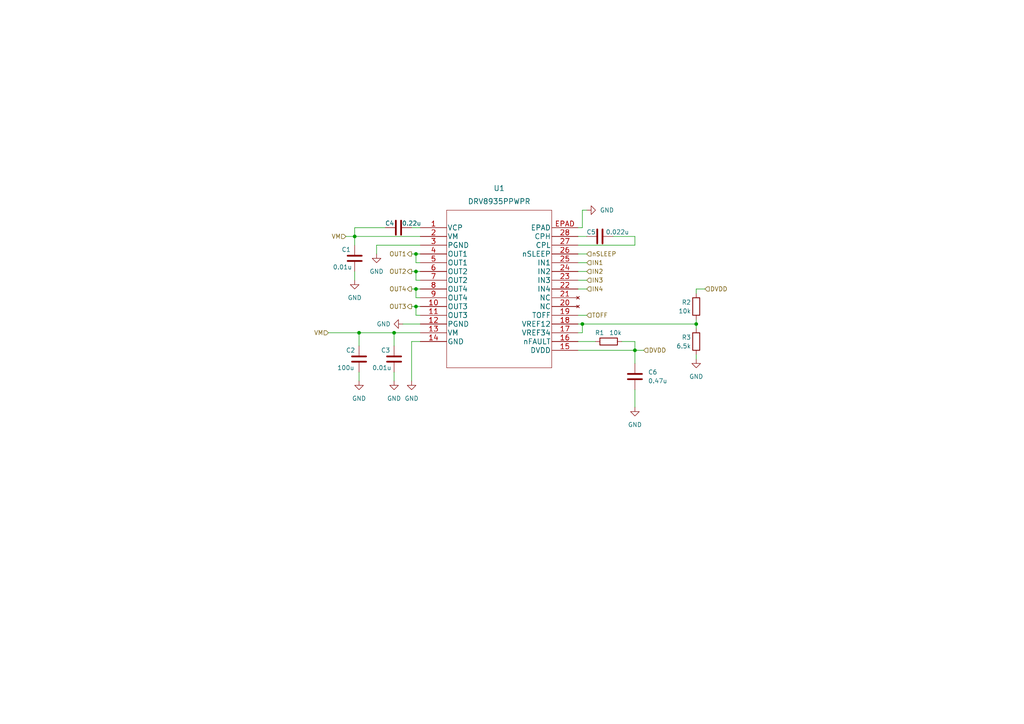
<source format=kicad_sch>
(kicad_sch (version 20211123) (generator eeschema)

  (uuid 7be35d6e-733b-48be-be76-269bdfa7d0ae)

  (paper "A4")

  (lib_symbols
    (symbol "2022-10-03_23-12-04:DRV8935PPWPR" (pin_names (offset 0.254)) (in_bom yes) (on_board yes)
      (property "Reference" "U" (id 0) (at 22.86 10.16 0)
        (effects (font (size 1.524 1.524)))
      )
      (property "Value" "DRV8935PPWPR" (id 1) (at 22.86 7.62 0)
        (effects (font (size 1.524 1.524)))
      )
      (property "Footprint" "HTSSOP28_4P4X9P7_TEX" (id 2) (at 22.86 6.096 0)
        (effects (font (size 1.524 1.524)) hide)
      )
      (property "Datasheet" "" (id 3) (at 0 0 0)
        (effects (font (size 1.524 1.524)))
      )
      (property "ki_locked" "" (id 4) (at 0 0 0)
        (effects (font (size 1.27 1.27)))
      )
      (property "ki_fp_filters" "HTSSOP28_4P4X9P7_TEX HTSSOP28_4P4X9P7_TEX-M HTSSOP28_4P4X9P7_TEX-L" (id 5) (at 0 0 0)
        (effects (font (size 1.27 1.27)) hide)
      )
      (symbol "DRV8935PPWPR_1_1"
        (polyline
          (pts
            (xy 7.62 -40.64)
            (xy 38.1 -40.64)
          )
          (stroke (width 0.127) (type default) (color 0 0 0 0))
          (fill (type none))
        )
        (polyline
          (pts
            (xy 7.62 5.08)
            (xy 7.62 -40.64)
          )
          (stroke (width 0.127) (type default) (color 0 0 0 0))
          (fill (type none))
        )
        (polyline
          (pts
            (xy 38.1 -40.64)
            (xy 38.1 5.08)
          )
          (stroke (width 0.127) (type default) (color 0 0 0 0))
          (fill (type none))
        )
        (polyline
          (pts
            (xy 38.1 5.08)
            (xy 7.62 5.08)
          )
          (stroke (width 0.127) (type default) (color 0 0 0 0))
          (fill (type none))
        )
        (pin unspecified line (at 0 0 0) (length 7.62)
          (name "VCP" (effects (font (size 1.4986 1.4986))))
          (number "1" (effects (font (size 1.4986 1.4986))))
        )
        (pin output line (at 0 -22.86 0) (length 7.62)
          (name "OUT3" (effects (font (size 1.4986 1.4986))))
          (number "10" (effects (font (size 1.4986 1.4986))))
        )
        (pin output line (at 0 -25.4 0) (length 7.62)
          (name "OUT3" (effects (font (size 1.4986 1.4986))))
          (number "11" (effects (font (size 1.4986 1.4986))))
        )
        (pin power_in line (at 0 -27.94 0) (length 7.62)
          (name "PGND" (effects (font (size 1.4986 1.4986))))
          (number "12" (effects (font (size 1.4986 1.4986))))
        )
        (pin unspecified line (at 0 -30.48 0) (length 7.62)
          (name "VM" (effects (font (size 1.4986 1.4986))))
          (number "13" (effects (font (size 1.4986 1.4986))))
        )
        (pin power_in line (at 0 -33.02 0) (length 7.62)
          (name "GND" (effects (font (size 1.4986 1.4986))))
          (number "14" (effects (font (size 1.4986 1.4986))))
        )
        (pin power_in line (at 45.72 -35.56 180) (length 7.62)
          (name "DVDD" (effects (font (size 1.4986 1.4986))))
          (number "15" (effects (font (size 1.4986 1.4986))))
        )
        (pin unspecified line (at 45.72 -33.02 180) (length 7.62)
          (name "nFAULT" (effects (font (size 1.4986 1.4986))))
          (number "16" (effects (font (size 1.4986 1.4986))))
        )
        (pin power_in line (at 45.72 -30.48 180) (length 7.62)
          (name "VREF34" (effects (font (size 1.4986 1.4986))))
          (number "17" (effects (font (size 1.4986 1.4986))))
        )
        (pin power_in line (at 45.72 -27.94 180) (length 7.62)
          (name "VREF12" (effects (font (size 1.4986 1.4986))))
          (number "18" (effects (font (size 1.4986 1.4986))))
        )
        (pin unspecified line (at 45.72 -25.4 180) (length 7.62)
          (name "TOFF" (effects (font (size 1.4986 1.4986))))
          (number "19" (effects (font (size 1.4986 1.4986))))
        )
        (pin unspecified line (at 0 -2.54 0) (length 7.62)
          (name "VM" (effects (font (size 1.4986 1.4986))))
          (number "2" (effects (font (size 1.4986 1.4986))))
        )
        (pin no_connect line (at 45.72 -22.86 180) (length 7.62)
          (name "NC" (effects (font (size 1.4986 1.4986))))
          (number "20" (effects (font (size 1.4986 1.4986))))
        )
        (pin no_connect line (at 45.72 -20.32 180) (length 7.62)
          (name "NC" (effects (font (size 1.4986 1.4986))))
          (number "21" (effects (font (size 1.4986 1.4986))))
        )
        (pin input line (at 45.72 -17.78 180) (length 7.62)
          (name "IN4" (effects (font (size 1.4986 1.4986))))
          (number "22" (effects (font (size 1.4986 1.4986))))
        )
        (pin input line (at 45.72 -15.24 180) (length 7.62)
          (name "IN3" (effects (font (size 1.4986 1.4986))))
          (number "23" (effects (font (size 1.4986 1.4986))))
        )
        (pin input line (at 45.72 -12.7 180) (length 7.62)
          (name "IN2" (effects (font (size 1.4986 1.4986))))
          (number "24" (effects (font (size 1.4986 1.4986))))
        )
        (pin input line (at 45.72 -10.16 180) (length 7.62)
          (name "IN1" (effects (font (size 1.4986 1.4986))))
          (number "25" (effects (font (size 1.4986 1.4986))))
        )
        (pin unspecified line (at 45.72 -7.62 180) (length 7.62)
          (name "nSLEEP" (effects (font (size 1.4986 1.4986))))
          (number "26" (effects (font (size 1.4986 1.4986))))
        )
        (pin unspecified line (at 45.72 -5.08 180) (length 7.62)
          (name "CPL" (effects (font (size 1.4986 1.4986))))
          (number "27" (effects (font (size 1.4986 1.4986))))
        )
        (pin unspecified line (at 45.72 -2.54 180) (length 7.62)
          (name "CPH" (effects (font (size 1.4986 1.4986))))
          (number "28" (effects (font (size 1.4986 1.4986))))
        )
        (pin power_in line (at 0 -5.08 0) (length 7.62)
          (name "PGND" (effects (font (size 1.4986 1.4986))))
          (number "3" (effects (font (size 1.4986 1.4986))))
        )
        (pin output line (at 0 -7.62 0) (length 7.62)
          (name "OUT1" (effects (font (size 1.4986 1.4986))))
          (number "4" (effects (font (size 1.4986 1.4986))))
        )
        (pin output line (at 0 -10.16 0) (length 7.62)
          (name "OUT1" (effects (font (size 1.4986 1.4986))))
          (number "5" (effects (font (size 1.4986 1.4986))))
        )
        (pin output line (at 0 -12.7 0) (length 7.62)
          (name "OUT2" (effects (font (size 1.4986 1.4986))))
          (number "6" (effects (font (size 1.4986 1.4986))))
        )
        (pin output line (at 0 -15.24 0) (length 7.62)
          (name "OUT2" (effects (font (size 1.4986 1.4986))))
          (number "7" (effects (font (size 1.4986 1.4986))))
        )
        (pin output line (at 0 -17.78 0) (length 7.62)
          (name "OUT4" (effects (font (size 1.4986 1.4986))))
          (number "8" (effects (font (size 1.4986 1.4986))))
        )
        (pin output line (at 0 -20.32 0) (length 7.62)
          (name "OUT4" (effects (font (size 1.4986 1.4986))))
          (number "9" (effects (font (size 1.4986 1.4986))))
        )
        (pin unspecified line (at 45.72 0 180) (length 7.62)
          (name "EPAD" (effects (font (size 1.4986 1.4986))))
          (number "EPAD" (effects (font (size 1.4986 1.4986))))
        )
      )
    )
    (symbol "Device:C" (pin_numbers hide) (pin_names (offset 0.254)) (in_bom yes) (on_board yes)
      (property "Reference" "C" (id 0) (at 0.635 2.54 0)
        (effects (font (size 1.27 1.27)) (justify left))
      )
      (property "Value" "C" (id 1) (at 0.635 -2.54 0)
        (effects (font (size 1.27 1.27)) (justify left))
      )
      (property "Footprint" "" (id 2) (at 0.9652 -3.81 0)
        (effects (font (size 1.27 1.27)) hide)
      )
      (property "Datasheet" "~" (id 3) (at 0 0 0)
        (effects (font (size 1.27 1.27)) hide)
      )
      (property "ki_keywords" "cap capacitor" (id 4) (at 0 0 0)
        (effects (font (size 1.27 1.27)) hide)
      )
      (property "ki_description" "Unpolarized capacitor" (id 5) (at 0 0 0)
        (effects (font (size 1.27 1.27)) hide)
      )
      (property "ki_fp_filters" "C_*" (id 6) (at 0 0 0)
        (effects (font (size 1.27 1.27)) hide)
      )
      (symbol "C_0_1"
        (polyline
          (pts
            (xy -2.032 -0.762)
            (xy 2.032 -0.762)
          )
          (stroke (width 0.508) (type default) (color 0 0 0 0))
          (fill (type none))
        )
        (polyline
          (pts
            (xy -2.032 0.762)
            (xy 2.032 0.762)
          )
          (stroke (width 0.508) (type default) (color 0 0 0 0))
          (fill (type none))
        )
      )
      (symbol "C_1_1"
        (pin passive line (at 0 3.81 270) (length 2.794)
          (name "~" (effects (font (size 1.27 1.27))))
          (number "1" (effects (font (size 1.27 1.27))))
        )
        (pin passive line (at 0 -3.81 90) (length 2.794)
          (name "~" (effects (font (size 1.27 1.27))))
          (number "2" (effects (font (size 1.27 1.27))))
        )
      )
    )
    (symbol "Device:R" (pin_numbers hide) (pin_names (offset 0)) (in_bom yes) (on_board yes)
      (property "Reference" "R" (id 0) (at 2.032 0 90)
        (effects (font (size 1.27 1.27)))
      )
      (property "Value" "R" (id 1) (at 0 0 90)
        (effects (font (size 1.27 1.27)))
      )
      (property "Footprint" "" (id 2) (at -1.778 0 90)
        (effects (font (size 1.27 1.27)) hide)
      )
      (property "Datasheet" "~" (id 3) (at 0 0 0)
        (effects (font (size 1.27 1.27)) hide)
      )
      (property "ki_keywords" "R res resistor" (id 4) (at 0 0 0)
        (effects (font (size 1.27 1.27)) hide)
      )
      (property "ki_description" "Resistor" (id 5) (at 0 0 0)
        (effects (font (size 1.27 1.27)) hide)
      )
      (property "ki_fp_filters" "R_*" (id 6) (at 0 0 0)
        (effects (font (size 1.27 1.27)) hide)
      )
      (symbol "R_0_1"
        (rectangle (start -1.016 -2.54) (end 1.016 2.54)
          (stroke (width 0.254) (type default) (color 0 0 0 0))
          (fill (type none))
        )
      )
      (symbol "R_1_1"
        (pin passive line (at 0 3.81 270) (length 1.27)
          (name "~" (effects (font (size 1.27 1.27))))
          (number "1" (effects (font (size 1.27 1.27))))
        )
        (pin passive line (at 0 -3.81 90) (length 1.27)
          (name "~" (effects (font (size 1.27 1.27))))
          (number "2" (effects (font (size 1.27 1.27))))
        )
      )
    )
    (symbol "power:GND" (power) (pin_names (offset 0)) (in_bom yes) (on_board yes)
      (property "Reference" "#PWR" (id 0) (at 0 -6.35 0)
        (effects (font (size 1.27 1.27)) hide)
      )
      (property "Value" "GND" (id 1) (at 0 -3.81 0)
        (effects (font (size 1.27 1.27)))
      )
      (property "Footprint" "" (id 2) (at 0 0 0)
        (effects (font (size 1.27 1.27)) hide)
      )
      (property "Datasheet" "" (id 3) (at 0 0 0)
        (effects (font (size 1.27 1.27)) hide)
      )
      (property "ki_keywords" "power-flag" (id 4) (at 0 0 0)
        (effects (font (size 1.27 1.27)) hide)
      )
      (property "ki_description" "Power symbol creates a global label with name \"GND\" , ground" (id 5) (at 0 0 0)
        (effects (font (size 1.27 1.27)) hide)
      )
      (symbol "GND_0_1"
        (polyline
          (pts
            (xy 0 0)
            (xy 0 -1.27)
            (xy 1.27 -1.27)
            (xy 0 -2.54)
            (xy -1.27 -1.27)
            (xy 0 -1.27)
          )
          (stroke (width 0) (type default) (color 0 0 0 0))
          (fill (type none))
        )
      )
      (symbol "GND_1_1"
        (pin power_in line (at 0 0 270) (length 0) hide
          (name "GND" (effects (font (size 1.27 1.27))))
          (number "1" (effects (font (size 1.27 1.27))))
        )
      )
    )
  )

  (junction (at 120.65 83.82) (diameter 0) (color 0 0 0 0)
    (uuid 07d44e38-a7c8-4e35-8e82-adb7f63c8515)
  )
  (junction (at 104.14 96.52) (diameter 0) (color 0 0 0 0)
    (uuid 2e7c0259-20be-43c5-a66e-5283ac90f54d)
  )
  (junction (at 120.65 73.66) (diameter 0) (color 0 0 0 0)
    (uuid 32893db3-7dac-421e-a95b-867c6aa2c9a9)
  )
  (junction (at 168.91 93.98) (diameter 0) (color 0 0 0 0)
    (uuid 5b63499e-1dcd-433b-a6bc-3c3666c2e171)
  )
  (junction (at 102.87 68.58) (diameter 0) (color 0 0 0 0)
    (uuid 7897f6c3-1f8e-43c5-a768-75c82f358b01)
  )
  (junction (at 201.93 93.98) (diameter 0) (color 0 0 0 0)
    (uuid a0977955-63ce-4e91-a69a-043d1dbca492)
  )
  (junction (at 114.3 96.52) (diameter 0) (color 0 0 0 0)
    (uuid bf7efe88-bebc-4a30-9ae6-c97055bd9c47)
  )
  (junction (at 120.65 88.9) (diameter 0) (color 0 0 0 0)
    (uuid f142a711-205a-485f-b8f7-196a7b9cfc13)
  )
  (junction (at 184.15 101.6) (diameter 0) (color 0 0 0 0)
    (uuid f2a86dff-6b46-48f3-a19d-c673d6f87856)
  )
  (junction (at 120.65 78.74) (diameter 0) (color 0 0 0 0)
    (uuid fc2971a6-7ec2-4afc-81de-48e59588f290)
  )

  (wire (pts (xy 95.25 96.52) (xy 104.14 96.52))
    (stroke (width 0) (type default) (color 0 0 0 0))
    (uuid 040b0e9b-c6e5-4578-812d-ce33c94469a5)
  )
  (wire (pts (xy 177.8 68.58) (xy 184.15 68.58))
    (stroke (width 0) (type default) (color 0 0 0 0))
    (uuid 05f4e669-5be8-4a17-b31c-a79f443111a4)
  )
  (wire (pts (xy 168.91 60.96) (xy 170.18 60.96))
    (stroke (width 0) (type default) (color 0 0 0 0))
    (uuid 1515549b-f628-4d0b-8a57-f199e5b90204)
  )
  (wire (pts (xy 120.65 83.82) (xy 120.65 86.36))
    (stroke (width 0) (type default) (color 0 0 0 0))
    (uuid 190940b8-d100-49d2-8929-9c143f5c83b2)
  )
  (wire (pts (xy 167.64 93.98) (xy 168.91 93.98))
    (stroke (width 0) (type default) (color 0 0 0 0))
    (uuid 1b5866c2-5531-4d4b-ab8d-beb899368e0a)
  )
  (wire (pts (xy 114.3 107.95) (xy 114.3 110.49))
    (stroke (width 0) (type default) (color 0 0 0 0))
    (uuid 1d78492f-2193-4e40-a1d6-198ffcc22299)
  )
  (wire (pts (xy 167.64 99.06) (xy 172.72 99.06))
    (stroke (width 0) (type default) (color 0 0 0 0))
    (uuid 202f5dd9-5b45-48dc-9d02-3706064ddede)
  )
  (wire (pts (xy 114.3 96.52) (xy 114.3 100.33))
    (stroke (width 0) (type default) (color 0 0 0 0))
    (uuid 27bb46a9-97ae-47ef-8cd2-5b7ad2e76353)
  )
  (wire (pts (xy 104.14 107.95) (xy 104.14 110.49))
    (stroke (width 0) (type default) (color 0 0 0 0))
    (uuid 2a6b2e89-3531-4d47-85c6-fa70211f2a57)
  )
  (wire (pts (xy 168.91 66.04) (xy 168.91 60.96))
    (stroke (width 0) (type default) (color 0 0 0 0))
    (uuid 2b5b4f1f-c134-4518-9249-596a655451eb)
  )
  (wire (pts (xy 167.64 68.58) (xy 170.18 68.58))
    (stroke (width 0) (type default) (color 0 0 0 0))
    (uuid 2bd60c39-0cdb-474c-8ba5-9c6b658d3ebb)
  )
  (wire (pts (xy 104.14 96.52) (xy 104.14 100.33))
    (stroke (width 0) (type default) (color 0 0 0 0))
    (uuid 2d33ee3e-af90-4e0b-a81c-2f55294fd64c)
  )
  (wire (pts (xy 120.65 91.44) (xy 120.65 88.9))
    (stroke (width 0) (type default) (color 0 0 0 0))
    (uuid 303531f8-40d1-4e00-8168-2a46f423d073)
  )
  (wire (pts (xy 119.38 66.04) (xy 121.92 66.04))
    (stroke (width 0) (type default) (color 0 0 0 0))
    (uuid 33b19802-74ce-4ca9-994b-92eb175c12e2)
  )
  (wire (pts (xy 116.84 93.98) (xy 121.92 93.98))
    (stroke (width 0) (type default) (color 0 0 0 0))
    (uuid 33ea734e-0f35-4285-9b83-8b0b779ad076)
  )
  (wire (pts (xy 119.38 83.82) (xy 120.65 83.82))
    (stroke (width 0) (type default) (color 0 0 0 0))
    (uuid 3ce9ade5-aaa0-4220-ab3c-3e56379141a5)
  )
  (wire (pts (xy 184.15 101.6) (xy 184.15 105.41))
    (stroke (width 0) (type default) (color 0 0 0 0))
    (uuid 3dda82bc-043d-4c55-b55d-b1227552b67d)
  )
  (wire (pts (xy 184.15 99.06) (xy 184.15 101.6))
    (stroke (width 0) (type default) (color 0 0 0 0))
    (uuid 3ef73c77-3913-4bc7-9313-a6fdf281463b)
  )
  (wire (pts (xy 167.64 96.52) (xy 168.91 96.52))
    (stroke (width 0) (type default) (color 0 0 0 0))
    (uuid 42539556-d12a-49bc-9bba-2c0ed32f8315)
  )
  (wire (pts (xy 167.64 101.6) (xy 184.15 101.6))
    (stroke (width 0) (type default) (color 0 0 0 0))
    (uuid 46a65163-7d16-4881-b482-5350d8edce7b)
  )
  (wire (pts (xy 184.15 68.58) (xy 184.15 71.12))
    (stroke (width 0) (type default) (color 0 0 0 0))
    (uuid 470b567c-84c6-49d1-a40c-fc33ad0d3529)
  )
  (wire (pts (xy 102.87 66.04) (xy 111.76 66.04))
    (stroke (width 0) (type default) (color 0 0 0 0))
    (uuid 4768c0e6-4242-4349-8925-9e64f48825a2)
  )
  (wire (pts (xy 120.65 78.74) (xy 120.65 81.28))
    (stroke (width 0) (type default) (color 0 0 0 0))
    (uuid 52b02a60-a1b9-47b9-9e10-2fbe3f6b85d7)
  )
  (wire (pts (xy 102.87 68.58) (xy 121.92 68.58))
    (stroke (width 0) (type default) (color 0 0 0 0))
    (uuid 53e1288a-9adb-4ec4-ba65-d14a51ff7b20)
  )
  (wire (pts (xy 120.65 78.74) (xy 121.92 78.74))
    (stroke (width 0) (type default) (color 0 0 0 0))
    (uuid 5ba8e4c3-d615-4bb4-ab41-7378efe8d2f8)
  )
  (wire (pts (xy 180.34 99.06) (xy 184.15 99.06))
    (stroke (width 0) (type default) (color 0 0 0 0))
    (uuid 5d3e814b-fbbb-4ccb-bebb-1aa79e3c9855)
  )
  (wire (pts (xy 100.33 68.58) (xy 102.87 68.58))
    (stroke (width 0) (type default) (color 0 0 0 0))
    (uuid 5d6f6037-8037-492f-8351-079566592947)
  )
  (wire (pts (xy 120.65 73.66) (xy 121.92 73.66))
    (stroke (width 0) (type default) (color 0 0 0 0))
    (uuid 5d880a99-bcff-45de-a5fc-af76d4dbf069)
  )
  (wire (pts (xy 184.15 113.03) (xy 184.15 118.11))
    (stroke (width 0) (type default) (color 0 0 0 0))
    (uuid 6bdc907d-d549-445d-a7de-cd4c0a8deb7f)
  )
  (wire (pts (xy 167.64 81.28) (xy 170.18 81.28))
    (stroke (width 0) (type default) (color 0 0 0 0))
    (uuid 6d973cb7-4f36-4ea4-9760-bb9520f19fe6)
  )
  (wire (pts (xy 102.87 78.74) (xy 102.87 81.28))
    (stroke (width 0) (type default) (color 0 0 0 0))
    (uuid 6dbc6812-b5e1-4a51-ae36-8a856cf399fa)
  )
  (wire (pts (xy 119.38 73.66) (xy 120.65 73.66))
    (stroke (width 0) (type default) (color 0 0 0 0))
    (uuid 6eabf734-d202-4187-ab23-8d7e5f9dfb83)
  )
  (wire (pts (xy 201.93 92.71) (xy 201.93 93.98))
    (stroke (width 0) (type default) (color 0 0 0 0))
    (uuid 730c0528-983a-4775-bc4e-983a7f75e0a7)
  )
  (wire (pts (xy 120.65 83.82) (xy 121.92 83.82))
    (stroke (width 0) (type default) (color 0 0 0 0))
    (uuid 782e6ac6-d326-4454-89c8-b920f1f0130a)
  )
  (wire (pts (xy 168.91 96.52) (xy 168.91 93.98))
    (stroke (width 0) (type default) (color 0 0 0 0))
    (uuid 7835b658-8a9e-4410-a5c5-4d72068a8348)
  )
  (wire (pts (xy 119.38 78.74) (xy 120.65 78.74))
    (stroke (width 0) (type default) (color 0 0 0 0))
    (uuid 823e389d-e751-4de8-beaf-6741c15fa94e)
  )
  (wire (pts (xy 184.15 101.6) (xy 186.69 101.6))
    (stroke (width 0) (type default) (color 0 0 0 0))
    (uuid 87161984-1a6d-4283-9de5-7cc7a3586f7b)
  )
  (wire (pts (xy 167.64 76.2) (xy 170.18 76.2))
    (stroke (width 0) (type default) (color 0 0 0 0))
    (uuid 874ab711-c948-4d49-b1df-e455773b14dd)
  )
  (wire (pts (xy 119.38 99.06) (xy 119.38 110.49))
    (stroke (width 0) (type default) (color 0 0 0 0))
    (uuid 87dc010d-9c70-4293-8f0c-60d47ca12221)
  )
  (wire (pts (xy 204.47 83.82) (xy 201.93 83.82))
    (stroke (width 0) (type default) (color 0 0 0 0))
    (uuid 91c8124f-0005-4ab1-93e2-819e964f2c01)
  )
  (wire (pts (xy 201.93 102.87) (xy 201.93 104.14))
    (stroke (width 0) (type default) (color 0 0 0 0))
    (uuid 988bce9b-3d9d-48f7-aceb-7293fe7599a2)
  )
  (wire (pts (xy 121.92 71.12) (xy 109.22 71.12))
    (stroke (width 0) (type default) (color 0 0 0 0))
    (uuid 9b789747-47d7-4b35-abc7-e9b19b34f41e)
  )
  (wire (pts (xy 167.64 91.44) (xy 170.18 91.44))
    (stroke (width 0) (type default) (color 0 0 0 0))
    (uuid 9dbfb127-86a8-42ad-a54e-f63801e3d93a)
  )
  (wire (pts (xy 201.93 83.82) (xy 201.93 85.09))
    (stroke (width 0) (type default) (color 0 0 0 0))
    (uuid a28e642a-302b-4691-bca6-56ab04ea43cc)
  )
  (wire (pts (xy 121.92 91.44) (xy 120.65 91.44))
    (stroke (width 0) (type default) (color 0 0 0 0))
    (uuid a3f2edb7-f6ed-4a4a-8b3e-49a49b760815)
  )
  (wire (pts (xy 114.3 96.52) (xy 121.92 96.52))
    (stroke (width 0) (type default) (color 0 0 0 0))
    (uuid a8444e1a-b7e9-4573-bb3e-b33d9d0e7387)
  )
  (wire (pts (xy 167.64 83.82) (xy 170.18 83.82))
    (stroke (width 0) (type default) (color 0 0 0 0))
    (uuid a8eb0759-691d-4c35-bed9-d7aa3759a7ff)
  )
  (wire (pts (xy 121.92 76.2) (xy 120.65 76.2))
    (stroke (width 0) (type default) (color 0 0 0 0))
    (uuid aa9cdf00-75c4-44a3-92ba-db49e127d4f5)
  )
  (wire (pts (xy 201.93 93.98) (xy 201.93 95.25))
    (stroke (width 0) (type default) (color 0 0 0 0))
    (uuid ab1179e1-2acd-49fe-8e3b-1bdfb074c975)
  )
  (wire (pts (xy 119.38 88.9) (xy 120.65 88.9))
    (stroke (width 0) (type default) (color 0 0 0 0))
    (uuid addf6952-5fd9-4635-8290-a63e1f8b80df)
  )
  (wire (pts (xy 109.22 71.12) (xy 109.22 73.66))
    (stroke (width 0) (type default) (color 0 0 0 0))
    (uuid afaa7f7e-3f2d-45dc-848e-a766a911f0ea)
  )
  (wire (pts (xy 102.87 68.58) (xy 102.87 71.12))
    (stroke (width 0) (type default) (color 0 0 0 0))
    (uuid bd5ddb5b-fa9a-4dd2-b65f-26fbc53d28e2)
  )
  (wire (pts (xy 167.64 66.04) (xy 168.91 66.04))
    (stroke (width 0) (type default) (color 0 0 0 0))
    (uuid ca7acd0e-0650-461b-aaae-867acd994db6)
  )
  (wire (pts (xy 120.65 76.2) (xy 120.65 73.66))
    (stroke (width 0) (type default) (color 0 0 0 0))
    (uuid caec69c4-687d-47f2-87f7-60386a66c94e)
  )
  (wire (pts (xy 167.64 78.74) (xy 170.18 78.74))
    (stroke (width 0) (type default) (color 0 0 0 0))
    (uuid cb3ef1ae-7ac8-4c54-9124-8576f81c1483)
  )
  (wire (pts (xy 120.65 88.9) (xy 121.92 88.9))
    (stroke (width 0) (type default) (color 0 0 0 0))
    (uuid d083b239-303d-47cd-b5d3-2d45a085683d)
  )
  (wire (pts (xy 119.38 99.06) (xy 121.92 99.06))
    (stroke (width 0) (type default) (color 0 0 0 0))
    (uuid d3d181a0-5f28-429a-8161-867e32f31a59)
  )
  (wire (pts (xy 102.87 66.04) (xy 102.87 68.58))
    (stroke (width 0) (type default) (color 0 0 0 0))
    (uuid e4f8743b-5bf2-4275-9153-24afb4199f03)
  )
  (wire (pts (xy 104.14 96.52) (xy 114.3 96.52))
    (stroke (width 0) (type default) (color 0 0 0 0))
    (uuid e64667d2-6575-4e7d-9be2-c4aa032a98c4)
  )
  (wire (pts (xy 121.92 86.36) (xy 120.65 86.36))
    (stroke (width 0) (type default) (color 0 0 0 0))
    (uuid e8430bdb-7834-4e2f-8902-21719f85b367)
  )
  (wire (pts (xy 168.91 93.98) (xy 201.93 93.98))
    (stroke (width 0) (type default) (color 0 0 0 0))
    (uuid ec95370c-f1d8-47f4-b631-466393f8cdf7)
  )
  (wire (pts (xy 184.15 71.12) (xy 167.64 71.12))
    (stroke (width 0) (type default) (color 0 0 0 0))
    (uuid f22fecba-add9-4fc0-a915-84765ea04826)
  )
  (wire (pts (xy 121.92 81.28) (xy 120.65 81.28))
    (stroke (width 0) (type default) (color 0 0 0 0))
    (uuid fc542f6a-3eec-4d08-a6ed-543a4112e933)
  )
  (wire (pts (xy 167.64 73.66) (xy 170.18 73.66))
    (stroke (width 0) (type default) (color 0 0 0 0))
    (uuid fe74ce36-c76c-42bf-a34c-ddc57743d6d3)
  )

  (hierarchical_label "OUT2" (shape output) (at 119.38 78.74 180)
    (effects (font (size 1.27 1.27)) (justify right))
    (uuid 0728a8b4-1d67-4272-9ac0-e1a74099fdf5)
  )
  (hierarchical_label "IN4" (shape input) (at 170.18 83.82 0)
    (effects (font (size 1.27 1.27)) (justify left))
    (uuid 1955af3b-c4c8-4f7f-8da6-fe35edb39ba7)
  )
  (hierarchical_label "OUT4" (shape output) (at 119.38 83.82 180)
    (effects (font (size 1.27 1.27)) (justify right))
    (uuid 33ccdea2-cd65-47ae-a21d-e66415864f2d)
  )
  (hierarchical_label "IN1" (shape input) (at 170.18 76.2 0)
    (effects (font (size 1.27 1.27)) (justify left))
    (uuid 37e103b4-e31e-4363-a202-68cd20a417d0)
  )
  (hierarchical_label "DVDD" (shape input) (at 204.47 83.82 0)
    (effects (font (size 1.27 1.27)) (justify left))
    (uuid 4a229449-d604-44ef-bc90-bfd622fb759c)
  )
  (hierarchical_label "IN3" (shape input) (at 170.18 81.28 0)
    (effects (font (size 1.27 1.27)) (justify left))
    (uuid 52e170cc-844c-49ab-bcd9-06a4b5eb9255)
  )
  (hierarchical_label "OUT1" (shape output) (at 119.38 73.66 180)
    (effects (font (size 1.27 1.27)) (justify right))
    (uuid 7514a53d-a8c2-4481-acb8-9f359f89202b)
  )
  (hierarchical_label "VM" (shape input) (at 100.33 68.58 180)
    (effects (font (size 1.27 1.27)) (justify right))
    (uuid 7b8cd3bd-210f-4eb1-8646-482f8bbbf53d)
  )
  (hierarchical_label "VM" (shape input) (at 95.25 96.52 180)
    (effects (font (size 1.27 1.27)) (justify right))
    (uuid 8e6ad137-ce35-4f14-91aa-6cbce08f6cd3)
  )
  (hierarchical_label "TOFF" (shape input) (at 170.18 91.44 0)
    (effects (font (size 1.27 1.27)) (justify left))
    (uuid 9a173ace-315d-46ea-87bd-b54a9fa8bcd6)
  )
  (hierarchical_label "OUT3" (shape output) (at 119.38 88.9 180)
    (effects (font (size 1.27 1.27)) (justify right))
    (uuid 9aebc631-006c-4986-ba32-09fe0c582c83)
  )
  (hierarchical_label "nSLEEP" (shape input) (at 170.18 73.66 0)
    (effects (font (size 1.27 1.27)) (justify left))
    (uuid 9d4e0940-a257-45d3-a845-4eb4a80fcd23)
  )
  (hierarchical_label "IN2" (shape input) (at 170.18 78.74 0)
    (effects (font (size 1.27 1.27)) (justify left))
    (uuid a01621aa-9dfb-4601-b700-c440eb171e05)
  )
  (hierarchical_label "DVDD" (shape input) (at 186.69 101.6 0)
    (effects (font (size 1.27 1.27)) (justify left))
    (uuid b00d5cff-6e23-45dd-98a0-6bb6853e2644)
  )

  (symbol (lib_id "power:GND") (at 184.15 118.11 0) (unit 1)
    (in_bom yes) (on_board yes) (fields_autoplaced)
    (uuid 0ee0ec45-25c7-4eb4-99f8-9f56c66be333)
    (property "Reference" "#PWR08" (id 0) (at 184.15 124.46 0)
      (effects (font (size 1.27 1.27)) hide)
    )
    (property "Value" "GND" (id 1) (at 184.15 123.19 0))
    (property "Footprint" "" (id 2) (at 184.15 118.11 0)
      (effects (font (size 1.27 1.27)) hide)
    )
    (property "Datasheet" "" (id 3) (at 184.15 118.11 0)
      (effects (font (size 1.27 1.27)) hide)
    )
    (pin "1" (uuid 5264118c-1b3d-46f6-9b9c-5f32a5aedaf8))
  )

  (symbol (lib_id "Device:R") (at 176.53 99.06 270) (unit 1)
    (in_bom yes) (on_board yes)
    (uuid 25be4942-2440-4df0-b61e-32fcff98b9be)
    (property "Reference" "R1" (id 0) (at 175.26 96.52 90)
      (effects (font (size 1.27 1.27)) (justify right))
    )
    (property "Value" "10k" (id 1) (at 180.34 96.52 90)
      (effects (font (size 1.27 1.27)) (justify right))
    )
    (property "Footprint" "" (id 2) (at 176.53 97.282 90)
      (effects (font (size 1.27 1.27)) hide)
    )
    (property "Datasheet" "~" (id 3) (at 176.53 99.06 0)
      (effects (font (size 1.27 1.27)) hide)
    )
    (pin "1" (uuid e9e54963-e9b3-4da0-972e-314045c4f362))
    (pin "2" (uuid 748053ef-eca8-4fe1-877d-969dbc2e65bf))
  )

  (symbol (lib_id "Device:C") (at 102.87 74.93 0) (unit 1)
    (in_bom yes) (on_board yes)
    (uuid 2f875f69-ac0f-4cd9-889e-7de02213496d)
    (property "Reference" "C1" (id 0) (at 99.06 72.39 0)
      (effects (font (size 1.27 1.27)) (justify left))
    )
    (property "Value" "0.01u" (id 1) (at 96.52 77.47 0)
      (effects (font (size 1.27 1.27)) (justify left))
    )
    (property "Footprint" "" (id 2) (at 103.8352 78.74 0)
      (effects (font (size 1.27 1.27)) hide)
    )
    (property "Datasheet" "~" (id 3) (at 102.87 74.93 0)
      (effects (font (size 1.27 1.27)) hide)
    )
    (pin "1" (uuid e10b0d9a-97d0-4d5b-9d3c-cfd274a3c468))
    (pin "2" (uuid e9bada9e-acaa-4033-85c6-899fff61d987))
  )

  (symbol (lib_id "Device:C") (at 104.14 104.14 0) (unit 1)
    (in_bom yes) (on_board yes)
    (uuid 2ffc2499-b8d5-43d1-bdc1-e2cc3f540eaa)
    (property "Reference" "C2" (id 0) (at 100.33 101.6 0)
      (effects (font (size 1.27 1.27)) (justify left))
    )
    (property "Value" "100u" (id 1) (at 97.79 106.68 0)
      (effects (font (size 1.27 1.27)) (justify left))
    )
    (property "Footprint" "" (id 2) (at 105.1052 107.95 0)
      (effects (font (size 1.27 1.27)) hide)
    )
    (property "Datasheet" "~" (id 3) (at 104.14 104.14 0)
      (effects (font (size 1.27 1.27)) hide)
    )
    (pin "1" (uuid 1ef82147-bb00-4ce2-a8a5-fa103f92bbd4))
    (pin "2" (uuid cfd3c6d6-75c8-4912-a3b0-ac5deb2679c3))
  )

  (symbol (lib_id "2022-10-03_23-12-04:DRV8935PPWPR") (at 121.92 66.04 0) (unit 1)
    (in_bom yes) (on_board yes) (fields_autoplaced)
    (uuid 345117b0-01c9-4fc6-b618-e909e988ea5d)
    (property "Reference" "U1" (id 0) (at 144.78 54.61 0)
      (effects (font (size 1.524 1.524)))
    )
    (property "Value" "DRV8935PPWPR" (id 1) (at 144.78 58.42 0)
      (effects (font (size 1.524 1.524)))
    )
    (property "Footprint" "HTSSOP28_4P4X9P7_TEX" (id 2) (at 144.78 59.944 0)
      (effects (font (size 1.524 1.524)) hide)
    )
    (property "Datasheet" "" (id 3) (at 121.92 66.04 0)
      (effects (font (size 1.524 1.524)))
    )
    (pin "1" (uuid 42d89a28-263d-4cbe-8112-286a3cf1dc87))
    (pin "10" (uuid 5ed01a2a-fd3c-4ebd-8c85-5a1683ab4157))
    (pin "11" (uuid 27d718ff-59d7-4e66-aed7-1d7c92b1e315))
    (pin "12" (uuid aadd3191-e2ed-495a-aece-175c597b0116))
    (pin "13" (uuid d078d522-6598-4448-9f22-a737db0bbfc2))
    (pin "14" (uuid 3935ee79-229d-4b16-989a-845535811b87))
    (pin "15" (uuid f9537567-db50-4ed6-9ee1-bd502b85cb7c))
    (pin "16" (uuid b91acfc0-31f1-49b1-a478-5695c5b47183))
    (pin "17" (uuid 981e873b-b27a-43d6-bca8-0f2d3fb4c3ee))
    (pin "18" (uuid 239523dc-2849-428e-b5c4-79c156e48590))
    (pin "19" (uuid 086f8244-e65d-47eb-8e19-716123de2427))
    (pin "2" (uuid 03f19a62-a3c8-4853-b632-e185d5db3ed1))
    (pin "20" (uuid 5c43fed1-365d-4020-8005-aad3bf38f7cc))
    (pin "21" (uuid 1ab55c1b-4470-41b2-8ff4-c4317aa0a63c))
    (pin "22" (uuid be1fd023-073a-4206-9ec2-c7d207413c66))
    (pin "23" (uuid 13462df8-e10f-4cde-bcd8-5c4cd647b686))
    (pin "24" (uuid 16fda4b5-f812-4027-a027-148d881c133f))
    (pin "25" (uuid bd745657-50ca-4329-b8c1-1015a5ea3c8c))
    (pin "26" (uuid e6e1c3fc-12b6-4569-afac-b4217100d593))
    (pin "27" (uuid eca28c7c-a275-4448-9989-8db31325b052))
    (pin "28" (uuid 6010c4f3-d130-44d3-922d-90dc0597ce45))
    (pin "3" (uuid ed07ebb5-399c-4955-817d-716e0dd0a1fe))
    (pin "4" (uuid baa29513-c4a5-4ff6-8be6-cbb56ba191c2))
    (pin "5" (uuid bacab5b4-b830-4dae-9e34-703d61f28892))
    (pin "6" (uuid d49d669b-3635-4064-84fb-031aadbff5dd))
    (pin "7" (uuid be1eb80e-7dc6-4760-a02f-9fa34f57f745))
    (pin "8" (uuid 65b43d1e-f6c7-4cd0-a196-ede392ae4b9b))
    (pin "9" (uuid 57d6ded4-3737-4cb8-88ec-4175de281cb7))
    (pin "EPAD" (uuid 72f5c994-5ed1-4357-be26-8927c4e338a1))
  )

  (symbol (lib_id "power:GND") (at 201.93 104.14 0) (unit 1)
    (in_bom yes) (on_board yes) (fields_autoplaced)
    (uuid 399b6d24-9339-4e96-afc5-8f7ff54e43ad)
    (property "Reference" "#PWR09" (id 0) (at 201.93 110.49 0)
      (effects (font (size 1.27 1.27)) hide)
    )
    (property "Value" "GND" (id 1) (at 201.93 109.22 0))
    (property "Footprint" "" (id 2) (at 201.93 104.14 0)
      (effects (font (size 1.27 1.27)) hide)
    )
    (property "Datasheet" "" (id 3) (at 201.93 104.14 0)
      (effects (font (size 1.27 1.27)) hide)
    )
    (pin "1" (uuid 260ee995-70b0-43a9-a6b8-f7506ad875e8))
  )

  (symbol (lib_id "Device:R") (at 201.93 88.9 0) (unit 1)
    (in_bom yes) (on_board yes)
    (uuid 51ef23f4-3166-42de-8078-1e45b576bf0b)
    (property "Reference" "R2" (id 0) (at 200.4313 87.6879 0)
      (effects (font (size 1.27 1.27)) (justify right))
    )
    (property "Value" "10k" (id 1) (at 200.4313 90.2279 0)
      (effects (font (size 1.27 1.27)) (justify right))
    )
    (property "Footprint" "" (id 2) (at 200.152 88.9 90)
      (effects (font (size 1.27 1.27)) hide)
    )
    (property "Datasheet" "~" (id 3) (at 201.93 88.9 0)
      (effects (font (size 1.27 1.27)) hide)
    )
    (pin "1" (uuid 736f755b-8ee5-45ec-89ca-50c716164658))
    (pin "2" (uuid b32293ff-85ad-4d96-aa65-965640679cf1))
  )

  (symbol (lib_id "Device:C") (at 173.99 68.58 90) (unit 1)
    (in_bom yes) (on_board yes)
    (uuid 70b2f950-d63b-45ad-975b-8252f94fefcc)
    (property "Reference" "C5" (id 0) (at 171.45 67.31 90))
    (property "Value" "0.022u" (id 1) (at 179.07 67.31 90))
    (property "Footprint" "" (id 2) (at 177.8 67.6148 0)
      (effects (font (size 1.27 1.27)) hide)
    )
    (property "Datasheet" "~" (id 3) (at 173.99 68.58 0)
      (effects (font (size 1.27 1.27)) hide)
    )
    (pin "1" (uuid 43c65d17-3769-4f5e-a7a1-2258d36af55a))
    (pin "2" (uuid 068f4a33-17cd-44d4-b211-1b7fc0eef02b))
  )

  (symbol (lib_id "power:GND") (at 116.84 93.98 270) (unit 1)
    (in_bom yes) (on_board yes)
    (uuid 75cae6fb-8304-444d-bb71-b19fc770d1ba)
    (property "Reference" "#PWR05" (id 0) (at 110.49 93.98 0)
      (effects (font (size 1.27 1.27)) hide)
    )
    (property "Value" "GND" (id 1) (at 109.22 93.98 90)
      (effects (font (size 1.27 1.27)) (justify left))
    )
    (property "Footprint" "" (id 2) (at 116.84 93.98 0)
      (effects (font (size 1.27 1.27)) hide)
    )
    (property "Datasheet" "" (id 3) (at 116.84 93.98 0)
      (effects (font (size 1.27 1.27)) hide)
    )
    (pin "1" (uuid 228d9523-d13b-4041-8948-651417cdcd1a))
  )

  (symbol (lib_id "Device:C") (at 114.3 104.14 0) (unit 1)
    (in_bom yes) (on_board yes)
    (uuid 785ee2a5-f3d9-46ab-915b-546d04919448)
    (property "Reference" "C3" (id 0) (at 110.49 101.6 0)
      (effects (font (size 1.27 1.27)) (justify left))
    )
    (property "Value" "0.01u" (id 1) (at 107.95 106.68 0)
      (effects (font (size 1.27 1.27)) (justify left))
    )
    (property "Footprint" "" (id 2) (at 115.2652 107.95 0)
      (effects (font (size 1.27 1.27)) hide)
    )
    (property "Datasheet" "~" (id 3) (at 114.3 104.14 0)
      (effects (font (size 1.27 1.27)) hide)
    )
    (pin "1" (uuid c5d507ee-93a3-47b7-b8f7-d032c2cbf3ff))
    (pin "2" (uuid 3240046d-6e65-4941-87e0-ce8c6f8f02a0))
  )

  (symbol (lib_id "Device:C") (at 115.57 66.04 90) (unit 1)
    (in_bom yes) (on_board yes)
    (uuid 78a60f8d-30c9-483a-abd9-df55f4a2f7b4)
    (property "Reference" "C4" (id 0) (at 113.03 64.77 90))
    (property "Value" "0.22u" (id 1) (at 119.38 64.77 90))
    (property "Footprint" "" (id 2) (at 119.38 65.0748 0)
      (effects (font (size 1.27 1.27)) hide)
    )
    (property "Datasheet" "~" (id 3) (at 115.57 66.04 0)
      (effects (font (size 1.27 1.27)) hide)
    )
    (pin "1" (uuid e6ff5ff8-d989-483b-b546-b6dde394dead))
    (pin "2" (uuid 23fde10d-07e9-40e6-a698-a08f7ebdcc00))
  )

  (symbol (lib_id "power:GND") (at 170.18 60.96 90) (unit 1)
    (in_bom yes) (on_board yes) (fields_autoplaced)
    (uuid 997b0e2a-d9a6-4b55-bee8-2f4b147ba478)
    (property "Reference" "#PWR07" (id 0) (at 176.53 60.96 0)
      (effects (font (size 1.27 1.27)) hide)
    )
    (property "Value" "GND" (id 1) (at 173.99 60.9599 90)
      (effects (font (size 1.27 1.27)) (justify right))
    )
    (property "Footprint" "" (id 2) (at 170.18 60.96 0)
      (effects (font (size 1.27 1.27)) hide)
    )
    (property "Datasheet" "" (id 3) (at 170.18 60.96 0)
      (effects (font (size 1.27 1.27)) hide)
    )
    (pin "1" (uuid 6d73971c-ede1-493a-9ecc-1e33601adce1))
  )

  (symbol (lib_id "power:GND") (at 109.22 73.66 0) (unit 1)
    (in_bom yes) (on_board yes) (fields_autoplaced)
    (uuid a16a8459-0309-42b4-b421-599d03eabe3f)
    (property "Reference" "#PWR03" (id 0) (at 109.22 80.01 0)
      (effects (font (size 1.27 1.27)) hide)
    )
    (property "Value" "GND" (id 1) (at 109.22 78.74 0))
    (property "Footprint" "" (id 2) (at 109.22 73.66 0)
      (effects (font (size 1.27 1.27)) hide)
    )
    (property "Datasheet" "" (id 3) (at 109.22 73.66 0)
      (effects (font (size 1.27 1.27)) hide)
    )
    (pin "1" (uuid a69ebe06-fbf7-40a3-9fb5-1d9e1aefdab0))
  )

  (symbol (lib_id "power:GND") (at 119.38 110.49 0) (unit 1)
    (in_bom yes) (on_board yes) (fields_autoplaced)
    (uuid b5fb9d42-6da3-4866-a5e3-18a8d01d5940)
    (property "Reference" "#PWR06" (id 0) (at 119.38 116.84 0)
      (effects (font (size 1.27 1.27)) hide)
    )
    (property "Value" "GND" (id 1) (at 119.38 115.57 0))
    (property "Footprint" "" (id 2) (at 119.38 110.49 0)
      (effects (font (size 1.27 1.27)) hide)
    )
    (property "Datasheet" "" (id 3) (at 119.38 110.49 0)
      (effects (font (size 1.27 1.27)) hide)
    )
    (pin "1" (uuid b0d522d9-3f40-45dd-8053-247cd0bef106))
  )

  (symbol (lib_id "power:GND") (at 102.87 81.28 0) (unit 1)
    (in_bom yes) (on_board yes) (fields_autoplaced)
    (uuid bfd59f59-e62b-44b9-bb51-fa858acc5775)
    (property "Reference" "#PWR01" (id 0) (at 102.87 87.63 0)
      (effects (font (size 1.27 1.27)) hide)
    )
    (property "Value" "GND" (id 1) (at 102.87 86.36 0))
    (property "Footprint" "" (id 2) (at 102.87 81.28 0)
      (effects (font (size 1.27 1.27)) hide)
    )
    (property "Datasheet" "" (id 3) (at 102.87 81.28 0)
      (effects (font (size 1.27 1.27)) hide)
    )
    (pin "1" (uuid 4995dccf-a15b-4ebe-8500-b3ecad7257ac))
  )

  (symbol (lib_id "Device:C") (at 184.15 109.22 0) (unit 1)
    (in_bom yes) (on_board yes) (fields_autoplaced)
    (uuid c9c7ad18-efde-488a-9e39-db60dd02aeba)
    (property "Reference" "C6" (id 0) (at 187.96 107.9499 0)
      (effects (font (size 1.27 1.27)) (justify left))
    )
    (property "Value" "0.47u" (id 1) (at 187.96 110.4899 0)
      (effects (font (size 1.27 1.27)) (justify left))
    )
    (property "Footprint" "" (id 2) (at 185.1152 113.03 0)
      (effects (font (size 1.27 1.27)) hide)
    )
    (property "Datasheet" "~" (id 3) (at 184.15 109.22 0)
      (effects (font (size 1.27 1.27)) hide)
    )
    (pin "1" (uuid 026bd8a3-1142-4028-8ed8-12210277257e))
    (pin "2" (uuid 72a872b4-59c4-4f5d-91a0-4c6bbb54b68b))
  )

  (symbol (lib_id "power:GND") (at 114.3 110.49 0) (unit 1)
    (in_bom yes) (on_board yes) (fields_autoplaced)
    (uuid d73ffb56-4367-41c7-a0cb-9ed22a00956f)
    (property "Reference" "#PWR04" (id 0) (at 114.3 116.84 0)
      (effects (font (size 1.27 1.27)) hide)
    )
    (property "Value" "GND" (id 1) (at 114.3 115.57 0))
    (property "Footprint" "" (id 2) (at 114.3 110.49 0)
      (effects (font (size 1.27 1.27)) hide)
    )
    (property "Datasheet" "" (id 3) (at 114.3 110.49 0)
      (effects (font (size 1.27 1.27)) hide)
    )
    (pin "1" (uuid 949360c3-fda5-45d5-83d3-6be6658bffc3))
  )

  (symbol (lib_id "power:GND") (at 104.14 110.49 0) (unit 1)
    (in_bom yes) (on_board yes) (fields_autoplaced)
    (uuid dc8698c6-a09c-4934-b43d-71588020467a)
    (property "Reference" "#PWR02" (id 0) (at 104.14 116.84 0)
      (effects (font (size 1.27 1.27)) hide)
    )
    (property "Value" "GND" (id 1) (at 104.14 115.57 0))
    (property "Footprint" "" (id 2) (at 104.14 110.49 0)
      (effects (font (size 1.27 1.27)) hide)
    )
    (property "Datasheet" "" (id 3) (at 104.14 110.49 0)
      (effects (font (size 1.27 1.27)) hide)
    )
    (pin "1" (uuid ad5502dc-7d46-4509-863d-47025d14bf7d))
  )

  (symbol (lib_id "Device:R") (at 201.93 99.06 0) (unit 1)
    (in_bom yes) (on_board yes)
    (uuid fcba1c31-3184-4313-ac3f-b4ff759e057c)
    (property "Reference" "R3" (id 0) (at 200.4313 97.8479 0)
      (effects (font (size 1.27 1.27)) (justify right))
    )
    (property "Value" "6.5k" (id 1) (at 200.4313 100.3879 0)
      (effects (font (size 1.27 1.27)) (justify right))
    )
    (property "Footprint" "" (id 2) (at 200.152 99.06 90)
      (effects (font (size 1.27 1.27)) hide)
    )
    (property "Datasheet" "~" (id 3) (at 201.93 99.06 0)
      (effects (font (size 1.27 1.27)) hide)
    )
    (pin "1" (uuid b6c1c6a3-95ec-43a2-978d-e8bf795315ac))
    (pin "2" (uuid 733224f7-f013-44b6-8349-a5b2aa72c857))
  )

  (sheet_instances
    (path "/" (page "1"))
  )

  (symbol_instances
    (path "/bfd59f59-e62b-44b9-bb51-fa858acc5775"
      (reference "#PWR01") (unit 1) (value "GND") (footprint "")
    )
    (path "/dc8698c6-a09c-4934-b43d-71588020467a"
      (reference "#PWR02") (unit 1) (value "GND") (footprint "")
    )
    (path "/a16a8459-0309-42b4-b421-599d03eabe3f"
      (reference "#PWR03") (unit 1) (value "GND") (footprint "")
    )
    (path "/d73ffb56-4367-41c7-a0cb-9ed22a00956f"
      (reference "#PWR04") (unit 1) (value "GND") (footprint "")
    )
    (path "/75cae6fb-8304-444d-bb71-b19fc770d1ba"
      (reference "#PWR05") (unit 1) (value "GND") (footprint "")
    )
    (path "/b5fb9d42-6da3-4866-a5e3-18a8d01d5940"
      (reference "#PWR06") (unit 1) (value "GND") (footprint "")
    )
    (path "/997b0e2a-d9a6-4b55-bee8-2f4b147ba478"
      (reference "#PWR07") (unit 1) (value "GND") (footprint "")
    )
    (path "/0ee0ec45-25c7-4eb4-99f8-9f56c66be333"
      (reference "#PWR08") (unit 1) (value "GND") (footprint "")
    )
    (path "/399b6d24-9339-4e96-afc5-8f7ff54e43ad"
      (reference "#PWR09") (unit 1) (value "GND") (footprint "")
    )
    (path "/2f875f69-ac0f-4cd9-889e-7de02213496d"
      (reference "C1") (unit 1) (value "0.01u") (footprint "")
    )
    (path "/2ffc2499-b8d5-43d1-bdc1-e2cc3f540eaa"
      (reference "C2") (unit 1) (value "100u") (footprint "")
    )
    (path "/785ee2a5-f3d9-46ab-915b-546d04919448"
      (reference "C3") (unit 1) (value "0.01u") (footprint "")
    )
    (path "/78a60f8d-30c9-483a-abd9-df55f4a2f7b4"
      (reference "C4") (unit 1) (value "0.22u") (footprint "")
    )
    (path "/70b2f950-d63b-45ad-975b-8252f94fefcc"
      (reference "C5") (unit 1) (value "0.022u") (footprint "")
    )
    (path "/c9c7ad18-efde-488a-9e39-db60dd02aeba"
      (reference "C6") (unit 1) (value "0.47u") (footprint "")
    )
    (path "/25be4942-2440-4df0-b61e-32fcff98b9be"
      (reference "R1") (unit 1) (value "10k") (footprint "")
    )
    (path "/51ef23f4-3166-42de-8078-1e45b576bf0b"
      (reference "R2") (unit 1) (value "10k") (footprint "")
    )
    (path "/fcba1c31-3184-4313-ac3f-b4ff759e057c"
      (reference "R3") (unit 1) (value "6.5k") (footprint "")
    )
    (path "/345117b0-01c9-4fc6-b618-e909e988ea5d"
      (reference "U1") (unit 1) (value "DRV8935PPWPR") (footprint "HTSSOP28_4P4X9P7_TEX")
    )
  )
)

</source>
